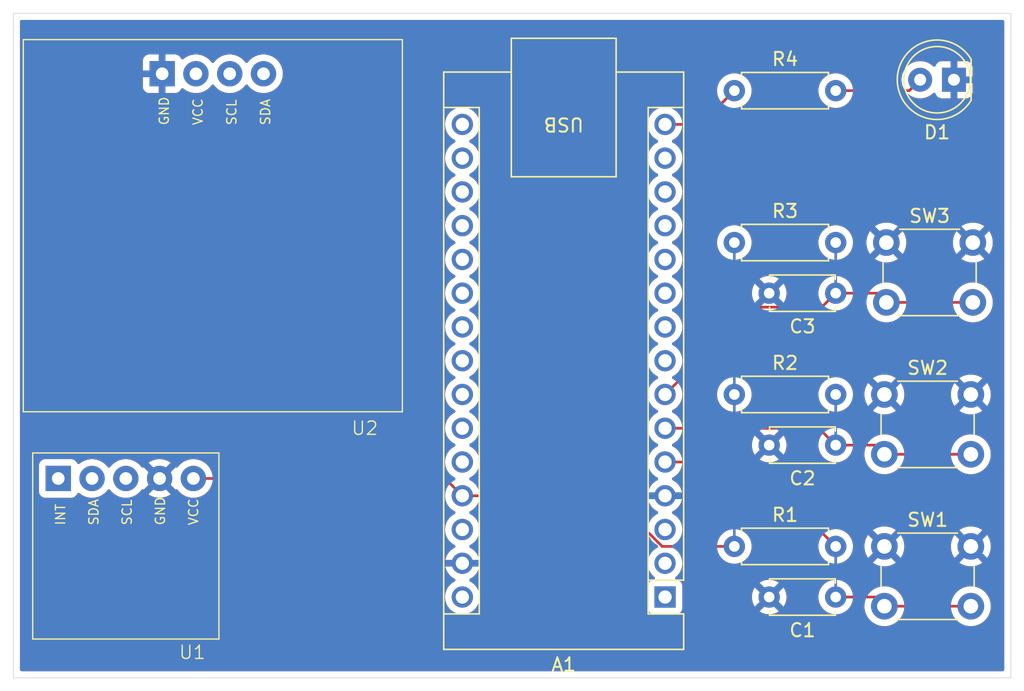
<source format=kicad_pcb>
(kicad_pcb (version 20241229) (generator "pcbnew") (generator_version "9.0")
  (layers (0 "F.Cu" signal) (4 "In1.Cu" signal) (6 "In2.Cu" signal) (2 "B.Cu" signal) (13 "F.Paste" user) (15 "B.Paste" user) (5 "F.SilkS" user "F.Silkscreen") (7 "B.SilkS" user "B.Silkscreen") (1 "F.Mask" user) (3 "B.Mask" user) (25 "Edge.Cuts" user))
  (net 0 "")
  (net 3 "+5V")
  (net 4 "GND")
  (net 5 "Net-(A1-D12)")
  (net 10 "Net-(A1-A4)")
  (net 13 "Net-(A1-D3)")
  (net 20 "Net-(A1-D2)")
  (net 28 "Net-(A1-A5)")
  (net 29 "Net-(A1-D4)")
  (net 30 "Net-(D1-A)")
  (footprint "Capacitor_THT:C_Disc_D4.7mm_W2.5mm_P5.00mm" (layer "F.Cu") (at 163.83 121.92 180)
    (property "Reference" "C1" (at 2.5 -2.5 0) (layer "F.SilkS"))
    (property "Value" "100n")
    (fp_line (start 4.97 1.055) (end 4.97 1.37) (stroke (width 0.12)) (layer "F.SilkS"))
    (fp_line (start 4.97 -1.37) (end 4.97 -1.055) (stroke (width 0.12)) (layer "F.SilkS"))
    (fp_line (start 0.03 1.37) (end 4.97 1.37) (stroke (width 0.12)) (layer "F.SilkS"))
    (fp_line (start 0.03 1.055) (end 0.03 1.37) (stroke (width 0.12)) (layer "F.SilkS"))
    (fp_line (start 0.03 -1.37) (end 4.97 -1.37) (stroke (width 0.12)) (layer "F.SilkS"))
    (fp_line (start 0.03 -1.37) (end 0.03 -1.055) (stroke (width 0.12)) (layer "F.SilkS"))
    (pad "1" thru_hole circle (at 0 0 180) (size 1.6 1.6) (drill 0.8) (layers "*.Cu" "*.Mask") (net 20 "Net-(A1-D2)"))
    (pad "2" thru_hole circle (at 5 0 180) (size 1.6 1.6) (drill 0.8) (layers "*.Cu" "*.Mask") (net 4 "GND"))
  )
  (footprint "Module:Arduino_Nano" (layer "F.Cu") (at 151 121.92 180)
    (property "Reference" "A1" (at 7.62 -5.08 0) (layer "F.SilkS"))
    (property "Value" "Arduino_Nano_v3.x")
    (fp_line (start 16.64 39.5) (end 16.64 -3.94) (stroke (width 0.12)) (layer "F.SilkS"))
    (fp_line (start 16.64 39.5) (end 11.56 39.5) (stroke (width 0.12)) (layer "F.SilkS"))
    (fp_line (start 16.64 -3.94) (end -1.4 -3.94) (stroke (width 0.12)) (layer "F.SilkS"))
    (fp_line (start 13.97 36.83) (end 16.64 36.83) (stroke (width 0.12)) (layer "F.SilkS"))
    (fp_line (start 13.97 -1.27) (end 16.64 -1.27) (stroke (width 0.12)) (layer "F.SilkS"))
    (fp_line (start 13.97 -1.27) (end 13.97 36.83) (stroke (width 0.12)) (layer "F.SilkS"))
    (fp_line (start 11.56 42.04) (end 3.68 42.04) (stroke (width 0.12)) (layer "F.SilkS"))
    (fp_line (start 11.56 31.62) (end 11.56 42.04) (stroke (width 0.12)) (layer "F.SilkS"))
    (fp_line (start 3.68 42.04) (end 3.68 31.62) (stroke (width 0.12)) (layer "F.SilkS"))
    (fp_line (start 3.68 31.62) (end 11.56 31.62) (stroke (width 0.12)) (layer "F.SilkS"))
    (fp_line (start 1.27 36.83) (end -1.4 36.83) (stroke (width 0.12)) (layer "F.SilkS"))
    (fp_line (start 1.27 1.27) (end 1.27 36.83) (stroke (width 0.12)) (layer "F.SilkS"))
    (fp_line (start 1.27 1.27) (end 1.27 -1.27) (stroke (width 0.12)) (layer "F.SilkS"))
    (fp_line (start 1.27 1.27) (end -1.4 1.27) (stroke (width 0.12)) (layer "F.SilkS"))
    (fp_line (start 1.27 -1.27) (end -1.4 -1.27) (stroke (width 0.12)) (layer "F.SilkS"))
    (fp_line (start -1.4 39.5) (end 3.68 39.5) (stroke (width 0.12)) (layer "F.SilkS"))
    (fp_line (start -1.4 1.27) (end -1.4 39.5) (stroke (width 0.12)) (layer "F.SilkS"))
    (fp_line (start -1.4 -3.94) (end -1.4 -1.27) (stroke (width 0.12)) (layer "F.SilkS"))
    (fp_text user "USB" (at 7.62 35.56 180) (layer "F.SilkS"))
    (pad "1" thru_hole rect (at 0 0 180) (size 1.6 1.6) (drill 1) (layers "*.Cu" "*.Mask"))
    (pad "2" thru_hole oval (at 0 2.54 180) (size 1.6 1.6) (drill 1) (layers "*.Cu" "*.Mask"))
    (pad "3" thru_hole oval (at 0 5.08 180) (size 1.6 1.6) (drill 1) (layers "*.Cu" "*.Mask"))
    (pad "4" thru_hole oval (at 0 7.62 180) (size 1.6 1.6) (drill 1) (layers "*.Cu" "*.Mask") (net 4 "GND"))
    (pad "5" thru_hole oval (at 0 10.16 180) (size 1.6 1.6) (drill 1) (layers "*.Cu" "*.Mask") (net 20 "Net-(A1-D2)"))
    (pad "6" thru_hole oval (at 0 12.7 180) (size 1.6 1.6) (drill 1) (layers "*.Cu" "*.Mask") (net 13 "Net-(A1-D3)"))
    (pad "7" thru_hole oval (at 0 15.24 180) (size 1.6 1.6) (drill 1) (layers "*.Cu" "*.Mask") (net 29 "Net-(A1-D4)"))
    (pad "8" thru_hole oval (at 0 17.78 180) (size 1.6 1.6) (drill 1) (layers "*.Cu" "*.Mask"))
    (pad "9" thru_hole oval (at 0 20.32 180) (size 1.6 1.6) (drill 1) (layers "*.Cu" "*.Mask"))
    (pad "10" thru_hole oval (at 0 22.86 180) (size 1.6 1.6) (drill 1) (layers "*.Cu" "*.Mask"))
    (pad "11" thru_hole oval (at 0 25.4 180) (size 1.6 1.6) (drill 1) (layers "*.Cu" "*.Mask"))
    (pad "12" thru_hole oval (at 0 27.94 180) (size 1.6 1.6) (drill 1) (layers "*.Cu" "*.Mask"))
    (pad "13" thru_hole oval (at 0 30.48 180) (size 1.6 1.6) (drill 1) (layers "*.Cu" "*.Mask"))
    (pad "14" thru_hole oval (at 0 33.02 180) (size 1.6 1.6) (drill 1) (layers "*.Cu" "*.Mask"))
    (pad "15" thru_hole oval (at 0 35.56 180) (size 1.6 1.6) (drill 1) (layers "*.Cu" "*.Mask") (net 5 "Net-(A1-D12)"))
    (pad "16" thru_hole oval (at 15.24 35.56 180) (size 1.6 1.6) (drill 1) (layers "*.Cu" "*.Mask"))
    (pad "17" thru_hole oval (at 15.24 33.02 180) (size 1.6 1.6) (drill 1) (layers "*.Cu" "*.Mask"))
    (pad "18" thru_hole oval (at 15.24 30.48 180) (size 1.6 1.6) (drill 1) (layers "*.Cu" "*.Mask"))
    (pad "19" thru_hole oval (at 15.24 27.94 180) (size 1.6 1.6) (drill 1) (layers "*.Cu" "*.Mask"))
    (pad "20" thru_hole oval (at 15.24 25.4 180) (size 1.6 1.6) (drill 1) (layers "*.Cu" "*.Mask"))
    (pad "21" thru_hole oval (at 15.24 22.86 180) (size 1.6 1.6) (drill 1) (layers "*.Cu" "*.Mask"))
    (pad "22" thru_hole oval (at 15.24 20.32 180) (size 1.6 1.6) (drill 1) (layers "*.Cu" "*.Mask"))
    (pad "23" thru_hole oval (at 15.24 17.78 180) (size 1.6 1.6) (drill 1) (layers "*.Cu" "*.Mask") (net 10 "Net-(A1-A4)"))
    (pad "24" thru_hole oval (at 15.24 15.24 180) (size 1.6 1.6) (drill 1) (layers "*.Cu" "*.Mask") (net 28 "Net-(A1-A5)"))
    (pad "25" thru_hole oval (at 15.24 12.7 180) (size 1.6 1.6) (drill 1) (layers "*.Cu" "*.Mask"))
    (pad "26" thru_hole oval (at 15.24 10.16 180) (size 1.6 1.6) (drill 1) (layers "*.Cu" "*.Mask"))
    (pad "27" thru_hole oval (at 15.24 7.62 180) (size 1.6 1.6) (drill 1) (layers "*.Cu" "*.Mask") (net 3 "+5V"))
    (pad "28" thru_hole oval (at 15.24 5.08 180) (size 1.6 1.6) (drill 1) (layers "*.Cu" "*.Mask"))
    (pad "29" thru_hole oval (at 15.24 2.54 180) (size 1.6 1.6) (drill 1) (layers "*.Cu" "*.Mask") (net 4 "GND"))
    (pad "30" thru_hole oval (at 15.24 0 180) (size 1.6 1.6) (drill 1) (layers "*.Cu" "*.Mask"))
  )
  (footprint "Button_Switch_THT:SW_PUSH_6mm" (layer "F.Cu") (at 167.49 106.68)
    (property "Reference" "SW2" (at 3.25 -2 0) (layer "F.SilkS"))
    (property "Value" "SW_Push")
    (fp_line (start -0.25 1.5) (end -0.25 3) (stroke (width 0.12)) (layer "F.SilkS"))
    (fp_line (start 1 5.5) (end 5.5 5.5) (stroke (width 0.12)) (layer "F.SilkS"))
    (fp_line (start 5.5 -1) (end 1 -1) (stroke (width 0.12)) (layer "F.SilkS"))
    (fp_line (start 6.75 3) (end 6.75 1.5) (stroke (width 0.12)) (layer "F.SilkS"))
    (pad "1" thru_hole circle (at 0 0 90) (size 2 2) (drill 1.1) (layers "*.Cu" "*.Mask") (net 4 "GND"))
    (pad "1" thru_hole circle (at 6.5 0 90) (size 2 2) (drill 1.1) (layers "*.Cu" "*.Mask") (net 4 "GND"))
    (pad "2" thru_hole circle (at 0 4.5 90) (size 2 2) (drill 1.1) (layers "*.Cu" "*.Mask") (net 13 "Net-(A1-D3)"))
    (pad "2" thru_hole circle (at 6.5 4.5 90) (size 2 2) (drill 1.1) (layers "*.Cu" "*.Mask") (net 13 "Net-(A1-D3)"))
  )
  (footprint "Resistor_THT:R_Axial_DIN0207_L6.3mm_D2.5mm_P7.62mm_Horizontal" (layer "F.Cu") (at 156.21 83.82)
    (property "Reference" "R4" (at 3.81 -2.37 0) (layer "F.SilkS"))
    (property "Value" "1K")
    (fp_line (start 0.54 -1.37) (end 7.08 -1.37) (stroke (width 0.12)) (layer "F.SilkS"))
    (fp_line (start 0.54 -1.04) (end 0.54 -1.37) (stroke (width 0.12)) (layer "F.SilkS"))
    (fp_line (start 0.54 1.04) (end 0.54 1.37) (stroke (width 0.12)) (layer "F.SilkS"))
    (fp_line (start 0.54 1.37) (end 7.08 1.37) (stroke (width 0.12)) (layer "F.SilkS"))
    (fp_line (start 7.08 -1.37) (end 7.08 -1.04) (stroke (width 0.12)) (layer "F.SilkS"))
    (fp_line (start 7.08 1.37) (end 7.08 1.04) (stroke (width 0.12)) (layer "F.SilkS"))
    (pad "1" thru_hole circle (at 0 0) (size 1.6 1.6) (drill 0.8) (layers "*.Cu" "*.Mask") (net 5 "Net-(A1-D12)"))
    (pad "2" thru_hole oval (at 7.62 0) (size 1.6 1.6) (drill 0.8) (layers "*.Cu" "*.Mask") (net 30 "Net-(D1-A)"))
  )
  (footprint "Resistor_THT:R_Axial_DIN0207_L6.3mm_D2.5mm_P7.62mm_Horizontal" (layer "F.Cu") (at 156.21 118.11)
    (property "Reference" "R1" (at 3.81 -2.37 0) (layer "F.SilkS"))
    (property "Value" "1K")
    (fp_line (start 0.54 -1.37) (end 7.08 -1.37) (stroke (width 0.12)) (layer "F.SilkS"))
    (fp_line (start 0.54 -1.04) (end 0.54 -1.37) (stroke (width 0.12)) (layer "F.SilkS"))
    (fp_line (start 0.54 1.04) (end 0.54 1.37) (stroke (width 0.12)) (layer "F.SilkS"))
    (fp_line (start 0.54 1.37) (end 7.08 1.37) (stroke (width 0.12)) (layer "F.SilkS"))
    (fp_line (start 7.08 -1.37) (end 7.08 -1.04) (stroke (width 0.12)) (layer "F.SilkS"))
    (fp_line (start 7.08 1.37) (end 7.08 1.04) (stroke (width 0.12)) (layer "F.SilkS"))
    (pad "1" thru_hole circle (at 0 0) (size 1.6 1.6) (drill 0.8) (layers "*.Cu" "*.Mask") (net 3 "+5V"))
    (pad "2" thru_hole oval (at 7.62 0) (size 1.6 1.6) (drill 0.8) (layers "*.Cu" "*.Mask") (net 20 "Net-(A1-D2)"))
  )
  (footprint "Button_Switch_THT:SW_PUSH_6mm" (layer "F.Cu") (at 167.49 118.11)
    (property "Reference" "SW1" (at 3.25 -2 0) (layer "F.SilkS"))
    (property "Value" "SW_Push")
    (fp_line (start -0.25 1.5) (end -0.25 3) (stroke (width 0.12)) (layer "F.SilkS"))
    (fp_line (start 1 5.5) (end 5.5 5.5) (stroke (width 0.12)) (layer "F.SilkS"))
    (fp_line (start 5.5 -1) (end 1 -1) (stroke (width 0.12)) (layer "F.SilkS"))
    (fp_line (start 6.75 3) (end 6.75 1.5) (stroke (width 0.12)) (layer "F.SilkS"))
    (pad "1" thru_hole circle (at 0 0 90) (size 2 2) (drill 1.1) (layers "*.Cu" "*.Mask") (net 4 "GND"))
    (pad "1" thru_hole circle (at 6.5 0 90) (size 2 2) (drill 1.1) (layers "*.Cu" "*.Mask") (net 4 "GND"))
    (pad "2" thru_hole circle (at 0 4.5 90) (size 2 2) (drill 1.1) (layers "*.Cu" "*.Mask") (net 20 "Net-(A1-D2)"))
    (pad "2" thru_hole circle (at 6.5 4.5 90) (size 2 2) (drill 1.1) (layers "*.Cu" "*.Mask") (net 20 "Net-(A1-D2)"))
  )
  (footprint "spo2_stuff:MAX30102_MODULE" (layer "F.Cu") (at 110.46 118.08)
    (property "Reference" "U1" (at 5 8 0) (layer "F.SilkS") (effects (font (thickness 0.1))))
    (property "Value" "MAX30102")
    (fp_line (start -7 -7) (end 7 -7) (stroke (width 0.1)) (layer "F.SilkS"))
    (fp_line (start -7 7) (end -7 -7) (stroke (width 0.1)) (layer "F.SilkS"))
    (fp_line (start 7 -7) (end 7 7) (stroke (width 0.1)) (layer "F.SilkS"))
    (fp_line (start 7 7) (end -7 7) (stroke (width 0.1)) (layer "F.SilkS"))
    (fp_text user "SCL" (at 0.5 -1.5 90) (layer "F.SilkS") (effects (font (size 0.7 0.7) (thickness 0.1)) (justify left bottom)))
    (fp_text user "GND" (at 3 -1.5 90) (layer "F.SilkS") (effects (font (size 0.7 0.7) (thickness 0.1)) (justify left bottom)))
    (fp_text user "INT" (at -4.5 -1.5 90) (layer "F.SilkS") (effects (font (size 0.7 0.7) (thickness 0.1)) (justify left bottom)))
    (fp_text user "VCC" (at 5.5 -1.5 90) (layer "F.SilkS") (effects (font (size 0.7 0.7) (thickness 0.1)) (justify left bottom)))
    (fp_text user "SDA" (at -2 -1.5 90) (layer "F.SilkS") (effects (font (size 0.7 0.7) (thickness 0.1)) (justify left bottom)))
    (pad "1" thru_hole rect (at -5.08 -5.08) (size 1.905 1.905) (drill 0.9525) (layers "*.Cu" "*.Mask"))
    (pad "2" thru_hole circle (at -2.54 -5.08) (size 1.905 1.905) (drill 0.9525) (layers "*.Cu" "*.Mask") (net 10 "Net-(A1-A4)"))
    (pad "3" thru_hole circle (at 0 -5.08) (size 1.905 1.905) (drill 0.9525) (layers "*.Cu" "*.Mask") (net 28 "Net-(A1-A5)"))
    (pad "4" thru_hole circle (at 2.54 -5.08) (size 1.905 1.905) (drill 0.9525) (layers "*.Cu" "*.Mask") (net 4 "GND"))
    (pad "5" thru_hole circle (at 5.08 -5.08) (size 1.905 1.905) (drill 0.9525) (layers "*.Cu" "*.Mask") (net 3 "+5V"))
  )
  (footprint "Capacitor_THT:C_Disc_D4.7mm_W2.5mm_P5.00mm" (layer "F.Cu") (at 163.83 110.49 180)
    (property "Reference" "C2" (at 2.5 -2.5 0) (layer "F.SilkS"))
    (property "Value" "100n")
    (fp_line (start 4.97 1.055) (end 4.97 1.37) (stroke (width 0.12)) (layer "F.SilkS"))
    (fp_line (start 4.97 -1.37) (end 4.97 -1.055) (stroke (width 0.12)) (layer "F.SilkS"))
    (fp_line (start 0.03 1.37) (end 4.97 1.37) (stroke (width 0.12)) (layer "F.SilkS"))
    (fp_line (start 0.03 1.055) (end 0.03 1.37) (stroke (width 0.12)) (layer "F.SilkS"))
    (fp_line (start 0.03 -1.37) (end 4.97 -1.37) (stroke (width 0.12)) (layer "F.SilkS"))
    (fp_line (start 0.03 -1.37) (end 0.03 -1.055) (stroke (width 0.12)) (layer "F.SilkS"))
    (pad "1" thru_hole circle (at 0 0 180) (size 1.6 1.6) (drill 0.8) (layers "*.Cu" "*.Mask") (net 13 "Net-(A1-D3)"))
    (pad "2" thru_hole circle (at 5 0 180) (size 1.6 1.6) (drill 0.8) (layers "*.Cu" "*.Mask") (net 4 "GND"))
  )
  (footprint "Resistor_THT:R_Axial_DIN0207_L6.3mm_D2.5mm_P7.62mm_Horizontal" (layer "F.Cu") (at 156.21 106.68)
    (property "Reference" "R2" (at 3.81 -2.37 0) (layer "F.SilkS"))
    (property "Value" "1K")
    (fp_line (start 0.54 -1.37) (end 7.08 -1.37) (stroke (width 0.12)) (layer "F.SilkS"))
    (fp_line (start 0.54 -1.04) (end 0.54 -1.37) (stroke (width 0.12)) (layer "F.SilkS"))
    (fp_line (start 0.54 1.04) (end 0.54 1.37) (stroke (width 0.12)) (layer "F.SilkS"))
    (fp_line (start 0.54 1.37) (end 7.08 1.37) (stroke (width 0.12)) (layer "F.SilkS"))
    (fp_line (start 7.08 -1.37) (end 7.08 -1.04) (stroke (width 0.12)) (layer "F.SilkS"))
    (fp_line (start 7.08 1.37) (end 7.08 1.04) (stroke (width 0.12)) (layer "F.SilkS"))
    (pad "1" thru_hole circle (at 0 0) (size 1.6 1.6) (drill 0.8) (layers "*.Cu" "*.Mask") (net 3 "+5V"))
    (pad "2" thru_hole oval (at 7.62 0) (size 1.6 1.6) (drill 0.8) (layers "*.Cu" "*.Mask") (net 13 "Net-(A1-D3)"))
  )
  (footprint "Capacitor_THT:C_Disc_D4.7mm_W2.5mm_P5.00mm" (layer "F.Cu") (at 163.83 99.06 180)
    (property "Reference" "C3" (at 2.5 -2.5 0) (layer "F.SilkS"))
    (property "Value" "100n")
    (fp_line (start 4.97 1.055) (end 4.97 1.37) (stroke (width 0.12)) (layer "F.SilkS"))
    (fp_line (start 4.97 -1.37) (end 4.97 -1.055) (stroke (width 0.12)) (layer "F.SilkS"))
    (fp_line (start 0.03 1.37) (end 4.97 1.37) (stroke (width 0.12)) (layer "F.SilkS"))
    (fp_line (start 0.03 1.055) (end 0.03 1.37) (stroke (width 0.12)) (layer "F.SilkS"))
    (fp_line (start 0.03 -1.37) (end 4.97 -1.37) (stroke (width 0.12)) (layer "F.SilkS"))
    (fp_line (start 0.03 -1.37) (end 0.03 -1.055) (stroke (width 0.12)) (layer "F.SilkS"))
    (pad "1" thru_hole circle (at 0 0 180) (size 1.6 1.6) (drill 0.8) (layers "*.Cu" "*.Mask") (net 29 "Net-(A1-D4)"))
    (pad "2" thru_hole circle (at 5 0 180) (size 1.6 1.6) (drill 0.8) (layers "*.Cu" "*.Mask") (net 4 "GND"))
  )
  (footprint "spo2_stuff:SSD1306" (layer "F.Cu") (at 117 93.98)
    (property "Reference" "U2" (at 11.43 15.24 0) (layer "F.SilkS") (effects (font (thickness 0.1))))
    (property "Value" "SSD1306")
    (fp_line (start -14.25 -14) (end 14.25 -14) (stroke (width 0.1)) (layer "F.SilkS"))
    (fp_line (start -14.25 14) (end -14.25 -14) (stroke (width 0.1)) (layer "F.SilkS"))
    (fp_line (start 14.25 -14) (end 14.25 14) (stroke (width 0.1)) (layer "F.SilkS"))
    (fp_line (start 14.25 14) (end -14.25 14) (stroke (width 0.1)) (layer "F.SilkS"))
    (fp_text user "SDA" (at 4.37 -7.5 90) (layer "F.SilkS") (effects (font (size 0.7 0.7) (thickness 0.1)) (justify left bottom)))
    (fp_text user "SCL" (at 1.83 -7.5 90) (layer "F.SilkS") (effects (font (size 0.7 0.7) (thickness 0.1)) (justify left bottom)))
    (fp_text user "VCC" (at -0.71 -7.5 90) (layer "F.SilkS") (effects (font (size 0.7 0.7) (thickness 0.1)) (justify left bottom)))
    (fp_text user "GND" (at -3.25 -7.5 90) (layer "F.SilkS") (effects (font (size 0.7 0.7) (thickness 0.1)) (justify left bottom)))
    (pad "1" thru_hole rect (at -3.81 -11.43) (size 1.905 1.905) (drill 0.9525) (layers "*.Cu" "*.Mask") (net 4 "GND"))
    (pad "2" thru_hole circle (at -1.27 -11.43) (size 1.905 1.905) (drill 0.9525) (layers "*.Cu" "*.Mask") (net 3 "+5V"))
    (pad "3" thru_hole circle (at 1.27 -11.43) (size 1.905 1.905) (drill 0.9525) (layers "*.Cu" "*.Mask") (net 28 "Net-(A1-A5)"))
    (pad "4" thru_hole circle (at 3.81 -11.43) (size 1.905 1.905) (drill 0.9525) (layers "*.Cu" "*.Mask") (net 10 "Net-(A1-A4)"))
  )
  (footprint "LED_THT:LED_D5.0mm" (layer "F.Cu") (at 172.72 83 180)
    (property "Reference" "D1" (at 1.27 -3.96 0) (layer "F.SilkS"))
    (property "Value" "LED")
    (fp_line (start -1.29 -1.545) (end -1.29 1.545) (stroke (width 0.12)) (layer "F.SilkS"))
    (fp_arc (start 4.26 0.000048) (mid 2.071756 2.880501) (end -1.29 1.54483) (stroke (width 0.12)) (layer "F.SilkS"))
    (fp_arc (start -1.29 -1.54483) (mid 2.071756 -2.880501) (end 4.26 -0.000048) (stroke (width 0.12)) (layer "F.SilkS"))
    (fp_circle (center 1.27 0) (end 3.77 0) (stroke (width 0.12)) (fill no) (layer "F.SilkS"))
    (pad "1" thru_hole rect (at 0 0 180) (size 1.8 1.8) (drill 0.9) (layers "*.Cu" "*.Mask") (net 4 "GND"))
    (pad "2" thru_hole circle (at 2.54 0 180) (size 1.8 1.8) (drill 0.9) (layers "*.Cu" "*.Mask") (net 30 "Net-(D1-A)"))
  )
  (footprint "Button_Switch_THT:SW_PUSH_6mm" (layer "F.Cu") (at 167.64 95.25)
    (property "Reference" "SW3" (at 3.25 -2 0) (layer "F.SilkS"))
    (property "Value" "SW_Push")
    (fp_line (start -0.25 1.5) (end -0.25 3) (stroke (width 0.12)) (layer "F.SilkS"))
    (fp_line (start 1 5.5) (end 5.5 5.5) (stroke (width 0.12)) (layer "F.SilkS"))
    (fp_line (start 5.5 -1) (end 1 -1) (stroke (width 0.12)) (layer "F.SilkS"))
    (fp_line (start 6.75 3) (end 6.75 1.5) (stroke (width 0.12)) (layer "F.SilkS"))
    (pad "1" thru_hole circle (at 0 0 90) (size 2 2) (drill 1.1) (layers "*.Cu" "*.Mask") (net 4 "GND"))
    (pad "1" thru_hole circle (at 6.5 0 90) (size 2 2) (drill 1.1) (layers "*.Cu" "*.Mask") (net 4 "GND"))
    (pad "2" thru_hole circle (at 0 4.5 90) (size 2 2) (drill 1.1) (layers "*.Cu" "*.Mask") (net 29 "Net-(A1-D4)"))
    (pad "2" thru_hole circle (at 6.5 4.5 90) (size 2 2) (drill 1.1) (layers "*.Cu" "*.Mask") (net 29 "Net-(A1-D4)"))
  )
  (footprint "Resistor_THT:R_Axial_DIN0207_L6.3mm_D2.5mm_P7.62mm_Horizontal" (layer "F.Cu") (at 156.21 95.25)
    (property "Reference" "R3" (at 3.81 -2.37 0) (layer "F.SilkS"))
    (property "Value" "1K")
    (fp_line (start 0.54 -1.37) (end 7.08 -1.37) (stroke (width 0.12)) (layer "F.SilkS"))
    (fp_line (start 0.54 -1.04) (end 0.54 -1.37) (stroke (width 0.12)) (layer "F.SilkS"))
    (fp_line (start 0.54 1.04) (end 0.54 1.37) (stroke (width 0.12)) (layer "F.SilkS"))
    (fp_line (start 0.54 1.37) (end 7.08 1.37) (stroke (width 0.12)) (layer "F.SilkS"))
    (fp_line (start 7.08 -1.37) (end 7.08 -1.04) (stroke (width 0.12)) (layer "F.SilkS"))
    (fp_line (start 7.08 1.37) (end 7.08 1.04) (stroke (width 0.12)) (layer "F.SilkS"))
    (pad "1" thru_hole circle (at 0 0) (size 1.6 1.6) (drill 0.8) (layers "*.Cu" "*.Mask") (net 3 "+5V"))
    (pad "2" thru_hole oval (at 7.62 0) (size 1.6 1.6) (drill 0.8) (layers "*.Cu" "*.Mask") (net 29 "Net-(A1-D4)"))
  )
  (gr_line (start 102 78) (end 102 128) (stroke (width 0.05)) (layer "Edge.Cuts"))
  (gr_line (start 102 128) (end 177 128) (stroke (width 0.05)) (layer "Edge.Cuts"))
  (gr_line (start 177 78) (end 177 128) (stroke (width 0.05)) (layer "Edge.Cuts"))
  (gr_line (start 177 78) (end 102 78) (stroke (width 0.05)) (layer "Edge.Cuts"))
  (segment (start 156.21 118.11) (end 150.783661 118.11) (width 0.2) (layer "F.Cu") (net 3))
  (segment (start 115.54 113) (end 134.46 113) (width 0.2) (layer "F.Cu") (net 3))
  (segment (start 134.46 113) (end 135.76 114.3) (width 0.2) (layer "F.Cu") (net 3))
  (segment (start 146.973661 114.3) (end 135.76 114.3) (width 0.2) (layer "F.Cu") (net 3))
  (segment (start 150.783661 118.11) (end 146.973661 114.3) (width 0.2) (layer "F.Cu") (net 3))
  (segment (start 156.21 118.11) (end 156.21 106.68) (width 0.2) (layer "B.Cu") (net 3))
  (segment (start 156.21 106.68) (end 156.21 95.25) (width 0.2) (layer "B.Cu") (net 3))
  (segment (start 151 86.36) (end 153.67 86.36) (width 0.2) (layer "F.Cu") (net 5))
  (segment (start 153.67 86.36) (end 156.21 83.82) (width 0.2) (layer "F.Cu") (net 5))
  (segment (start 163.83 110.49) (end 162.56 109.22) (width 0.2) (layer "F.Cu") (net 13))
  (segment (start 167.49 111.18) (end 173.99 111.18) (width 0.2) (layer "F.Cu") (net 13))
  (segment (start 166.8 110.49) (end 167.49 111.18) (width 0.2) (layer "F.Cu") (net 13))
  (segment (start 162.56 109.22) (end 151 109.22) (width 0.2) (layer "F.Cu") (net 13))
  (segment (start 163.83 110.49) (end 166.8 110.49) (width 0.2) (layer "F.Cu") (net 13))
  (segment (start 163.83 106.68) (end 163.83 110.49) (width 0.2) (layer "B.Cu") (net 13))
  (segment (start 166.8 121.92) (end 167.49 122.61) (width 0.2) (layer "F.Cu") (net 20))
  (segment (start 163.83 118.11) (end 157.48 111.76) (width 0.2) (layer "F.Cu") (net 20))
  (segment (start 167.49 122.61) (end 173.99 122.61) (width 0.2) (layer "F.Cu") (net 20))
  (segment (start 163.83 121.92) (end 166.8 121.92) (width 0.2) (layer "F.Cu") (net 20))
  (segment (start 157.48 111.76) (end 151 111.76) (width 0.2) (layer "F.Cu") (net 20))
  (segment (start 163.83 118.11) (end 163.83 121.92) (width 0.2) (layer "B.Cu") (net 20))
  (segment (start 163.83 99.06) (end 166.95 99.06) (width 0.2) (layer "F.Cu") (net 29))
  (segment (start 166.95 99.06) (end 167.64 99.75) (width 0.2) (layer "F.Cu") (net 29))
  (segment (start 157.569 100.111) (end 151 106.68) (width 0.2) (layer "F.Cu") (net 29))
  (segment (start 167.64 99.75) (end 174.14 99.75) (width 0.2) (layer "F.Cu") (net 29))
  (segment (start 163.83 99.06) (end 162.779 100.111) (width 0.2) (layer "F.Cu") (net 29))
  (segment (start 162.779 100.111) (end 157.569 100.111) (width 0.2) (layer "F.Cu") (net 29))
  (segment (start 163.83 95.25) (end 163.83 99.06) (width 0.2) (layer "B.Cu") (net 29))
  (segment (start 169.36 83.82) (end 170.18 83) (width 0.2) (layer "F.Cu") (net 30))
  (segment (start 163.83 83.82) (end 169.36 83.82) (width 0.2) (layer "F.Cu") (net 30))
  (zone (net 4) (net_name "GND") (layers "F.Cu" "B.Cu") (connect_pads (clearance 0.5)) (min_thickness 0.25) (fill yes (thermal_gap 0.5) (thermal_bridge_width 0.5))
    (polygon (pts (xy 101 77) (xy 178 77) (xy 178 129) (xy 101 129)))
  )
)
</source>
